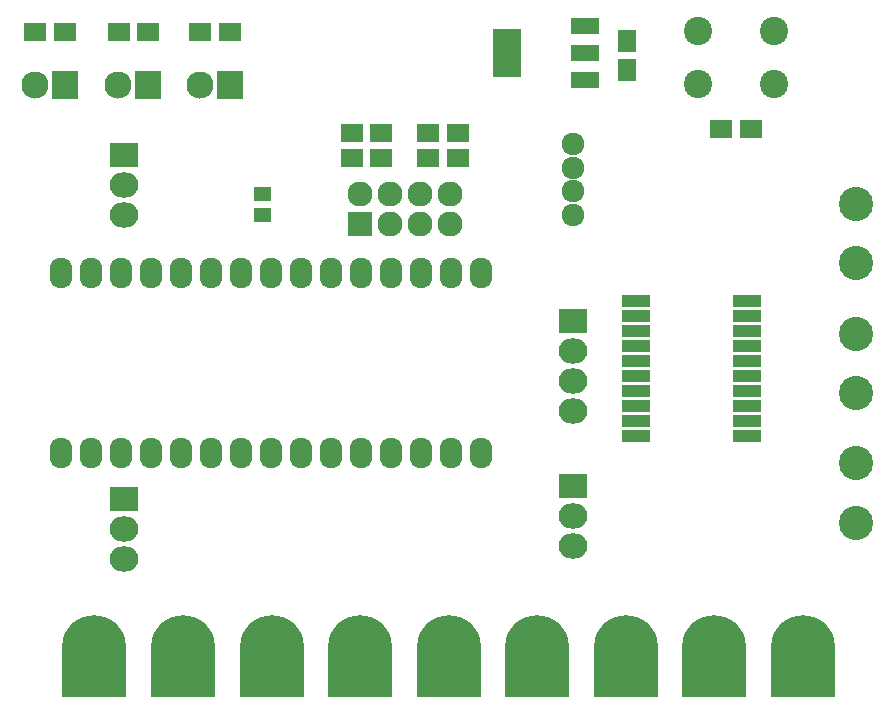
<source format=gts>
G04 #@! TF.FileFunction,Soldermask,Top*
%FSLAX46Y46*%
G04 Gerber Fmt 4.6, Leading zero omitted, Abs format (unit mm)*
G04 Created by KiCad (PCBNEW 4.0.7) date 09/18/17 08:38:16*
%MOMM*%
%LPD*%
G01*
G04 APERTURE LIST*
%ADD10C,0.100000*%
%ADD11C,2.900000*%
%ADD12R,1.900000X1.650000*%
%ADD13R,1.650000X1.900000*%
%ADD14R,2.300000X2.400000*%
%ADD15C,2.300000*%
%ADD16O,1.924000X2.599640*%
%ADD17O,1.924000X2.597100*%
%ADD18R,2.432000X2.127200*%
%ADD19O,2.432000X2.127200*%
%ADD20C,1.924000*%
%ADD21C,2.398980*%
%ADD22R,2.432000X4.057600*%
%ADD23R,2.432000X1.416000*%
%ADD24C,5.400000*%
%ADD25R,5.400000X4.400000*%
%ADD26R,0.900000X1.300000*%
%ADD27R,2.127200X2.127200*%
%ADD28O,2.127200X2.127200*%
%ADD29R,2.350000X1.000000*%
G04 APERTURE END LIST*
D10*
D11*
X180600000Y-82430500D03*
X180600000Y-77430500D03*
D12*
X146870000Y-71480000D03*
X144370000Y-71480000D03*
D13*
X161220000Y-63630000D03*
X161220000Y-66130000D03*
D12*
X146870000Y-73580000D03*
X144370000Y-73580000D03*
D14*
X113600000Y-67400000D03*
D15*
X111060000Y-67400000D03*
D14*
X120600000Y-67400000D03*
D15*
X118060000Y-67400000D03*
D14*
X127600000Y-67400000D03*
D15*
X125060000Y-67400000D03*
D16*
X148860500Y-83310500D03*
X146320500Y-83310500D03*
X143780500Y-83310500D03*
X141240500Y-83310500D03*
X138700500Y-83310500D03*
X136160500Y-83310500D03*
X133620500Y-83310500D03*
X131080500Y-83310500D03*
X128540500Y-83310500D03*
X126000500Y-83310500D03*
X123460500Y-83310500D03*
X120920500Y-83310500D03*
X118380500Y-83310500D03*
X115840500Y-83310500D03*
X113300500Y-83310500D03*
X113300500Y-98550500D03*
X115840500Y-98550500D03*
X118380500Y-98550500D03*
X120920500Y-98550500D03*
D17*
X123460500Y-98550500D03*
X126000500Y-98550500D03*
X128540500Y-98550500D03*
X131080500Y-98550500D03*
X133620500Y-98550500D03*
X136160500Y-98550500D03*
X138700500Y-98550500D03*
X141240500Y-98550500D03*
X143780500Y-98550500D03*
X146320500Y-98550500D03*
X148860500Y-98550500D03*
D18*
X156600000Y-101360000D03*
D19*
X156600000Y-103900000D03*
X156600000Y-106440000D03*
D18*
X156600000Y-87400000D03*
D19*
X156600000Y-89940000D03*
X156600000Y-92480000D03*
X156600000Y-95020000D03*
D20*
X156600000Y-72400000D03*
X156600000Y-74400000D03*
X156600000Y-76400000D03*
X156600000Y-78400000D03*
D11*
X180600000Y-104430500D03*
X180600000Y-99430500D03*
X180600000Y-93430500D03*
X180600000Y-88430500D03*
D12*
X171650000Y-71100000D03*
X169150000Y-71100000D03*
X111070000Y-62880000D03*
X113570000Y-62880000D03*
X118170000Y-62880000D03*
X120670000Y-62880000D03*
X125070000Y-62880000D03*
X127570000Y-62880000D03*
X137870000Y-71480000D03*
X140370000Y-71480000D03*
X137870000Y-73580000D03*
X140370000Y-73580000D03*
D21*
X167168800Y-67330440D03*
X173671200Y-62829560D03*
X167168800Y-62829560D03*
X173671200Y-67330440D03*
D18*
X118600000Y-102400000D03*
D19*
X118600000Y-104940000D03*
X118600000Y-107480000D03*
D18*
X118600000Y-73320000D03*
D19*
X118600000Y-75860000D03*
X118600000Y-78400000D03*
D22*
X151048000Y-64650000D03*
D23*
X157652000Y-64650000D03*
X157652000Y-62364000D03*
X157652000Y-66936000D03*
D24*
X138600000Y-115000000D03*
D25*
X138600000Y-117000000D03*
X138600000Y-117000000D03*
D24*
X161100000Y-115000000D03*
D25*
X161100000Y-117000000D03*
X161100000Y-117000000D03*
D24*
X131100000Y-115000000D03*
D25*
X131100000Y-117000000D03*
X131100000Y-117000000D03*
D24*
X123600000Y-115000000D03*
D25*
X123600000Y-117000000D03*
X123600000Y-117000000D03*
D24*
X168600000Y-115000000D03*
D25*
X168600000Y-117000000D03*
X168600000Y-117000000D03*
D24*
X176100000Y-115000000D03*
D25*
X176100000Y-117000000D03*
X176100000Y-117000000D03*
D24*
X116100000Y-115000000D03*
D25*
X116100000Y-117000000D03*
X116100000Y-117000000D03*
D24*
X146100000Y-115000000D03*
D25*
X146100000Y-117000000D03*
X146100000Y-117000000D03*
D24*
X153600000Y-115000000D03*
D25*
X153600000Y-117000000D03*
X153600000Y-117000000D03*
D26*
X130600000Y-78350000D03*
X130000000Y-78350000D03*
X130600000Y-76600000D03*
X130000000Y-76600000D03*
D27*
X138600000Y-79150000D03*
D28*
X138600000Y-76610000D03*
X141140000Y-79150000D03*
X141140000Y-76610000D03*
X143680000Y-79150000D03*
X143680000Y-76610000D03*
X146220000Y-79150000D03*
X146220000Y-76610000D03*
D29*
X161920000Y-85665000D03*
X161920000Y-86935000D03*
X161920000Y-88205000D03*
X161920000Y-89475000D03*
X161920000Y-90745000D03*
X161920000Y-92015000D03*
X161920000Y-93285000D03*
X161920000Y-94555000D03*
X161920000Y-95825000D03*
X161920000Y-97095000D03*
X171320000Y-97095000D03*
X171320000Y-95825000D03*
X171320000Y-94555000D03*
X171320000Y-93285000D03*
X171320000Y-92015000D03*
X171320000Y-90745000D03*
X171320000Y-89475000D03*
X171320000Y-88205000D03*
X171320000Y-86935000D03*
X171320000Y-85665000D03*
M02*

</source>
